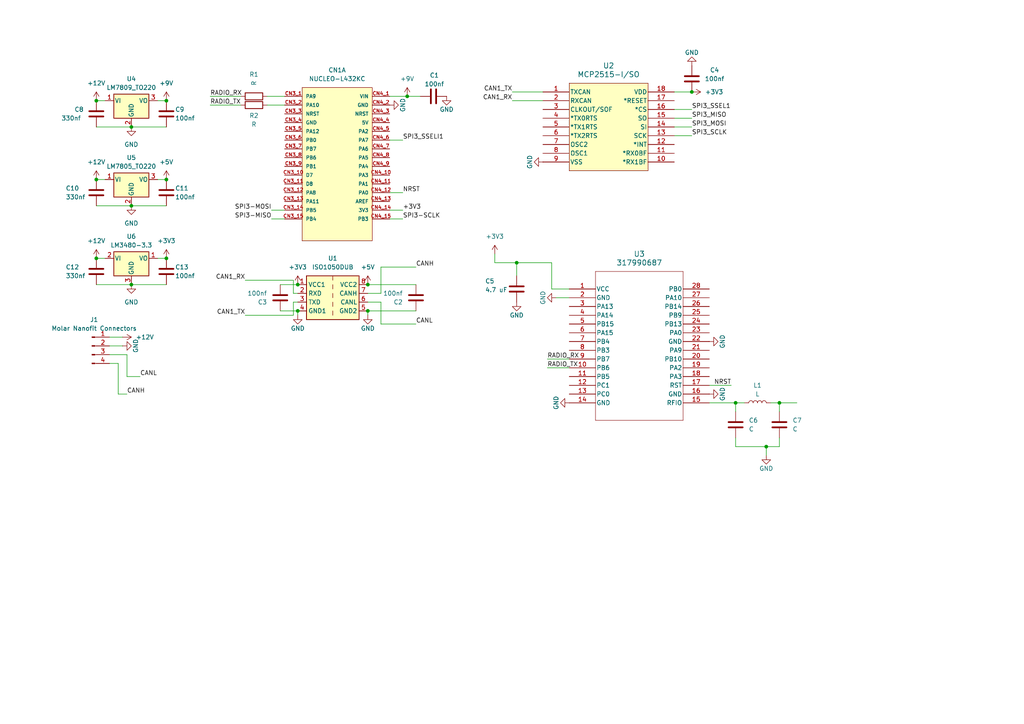
<source format=kicad_sch>
(kicad_sch (version 20231120) (generator "eeschema") (generator_version "8.0")
  (paper "A4")
  (title_block (title "Live Telemetry Testing Board") (rev "1.0"))
  (lib_symbols
    (symbol "Connector:Conn_01x04_Pin" (pin_names (offset 1.016) hide)
      (property "Reference" "J" (at 0 5.08 0))
      (property "Value" "Conn_01x04_Pin" (at 0 -7.62 0))
      (symbol "Conn_01x04_Pin_1_1"
        (polyline (pts (xy 1.27 -5.08) (xy 0.8636 -5.08)) (stroke (width 0.1524)))
        (polyline (pts (xy 1.27 -2.54) (xy 0.8636 -2.54)) (stroke (width 0.1524)))
        (polyline (pts (xy 1.27 0) (xy 0.8636 0)) (stroke (width 0.1524)))
        (polyline (pts (xy 1.27 2.54) (xy 0.8636 2.54)) (stroke (width 0.1524)))
        (rectangle (start 0.8636 -4.953) (end 0 -5.207) (stroke (width 0.1524)) (fill (type outline)))
        (rectangle (start 0.8636 -2.413) (end 0 -2.667) (stroke (width 0.1524)) (fill (type outline)))
        (rectangle (start 0.8636 0.127) (end 0 -0.127) (stroke (width 0.1524)) (fill (type outline)))
        (rectangle (start 0.8636 2.667) (end 0 2.413) (stroke (width 0.1524)) (fill (type outline)))
        (pin passive line (at 5.08 2.54 180) (length 3.81) (name "Pin_1") (number "1"))
        (pin passive line (at 5.08 0 180) (length 3.81) (name "Pin_2") (number "2"))
        (pin passive line (at 5.08 -2.54 180) (length 3.81) (name "Pin_3") (number "3"))
        (pin passive line (at 5.08 -5.08 180) (length 3.81) (name "Pin_4") (number "4"))
      )
    )
    (symbol "Device:C" (pin_numbers hide) (pin_names (offset 0.254))
      (property "Reference" "C" (at 0.635 2.54 0))
      (property "Value" "C" (at 0.635 -2.54 0))
      (symbol "C_0_1"
        (polyline (pts (xy -2.032 -0.762) (xy 2.032 -0.762)) (stroke (width 0.508)))
        (polyline (pts (xy -2.032 0.762) (xy 2.032 0.762)) (stroke (width 0.508)))
      )
      (symbol "C_1_1"
        (pin passive line (at 0 3.81 270) (length 2.794) (name "~") (number "1"))
        (pin passive line (at 0 -3.81 90) (length 2.794) (name "~") (number "2"))
      )
    )
    (symbol "Device:L" (pin_numbers hide) (pin_names (offset 1.016) hide)
      (property "Reference" "L" (at -1.27 0 90))
      (property "Value" "L" (at 1.905 0 90))
      (symbol "L_0_1"
        (arc (start 0 -2.54) (mid 0.6323 -1.905) (end 0 -1.27))
        (arc (start 0 -1.27) (mid 0.6323 -0.635) (end 0 0))
        (arc (start 0 0) (mid 0.6323 0.635) (end 0 1.27))
        (arc (start 0 1.27) (mid 0.6323 1.905) (end 0 2.54))
      )
      (symbol "L_1_1"
        (pin passive line (at 0 3.81 270) (length 1.27) (name "1") (number "1"))
        (pin passive line (at 0 -3.81 90) (length 1.27) (name "2") (number "2"))
      )
    )
    (symbol "Device:R" (pin_numbers hide) (pin_names (offset 0))
      (property "Reference" "R" (at 2.032 0 90))
      (property "Value" "R" (at 0 0 90))
      (symbol "R_0_1"
        (rectangle (start -1.016 -2.54) (end 1.016 2.54) (stroke (width 0.254)))
      )
      (symbol "R_1_1"
        (pin passive line (at 0 3.81 270) (length 1.27) (name "~") (number "1"))
        (pin passive line (at 0 -3.81 90) (length 1.27) (name "~") (number "2"))
      )
    )
    (symbol "FS_3_Global_Symbol_Library:MCP2515-I_SO" (pin_names (offset 0.254))
      (property "Reference" "U" (at 18.796 7.874 0))
      (property "Value" "MCP2515-I/SO" (at 18.796 4.318 0))
      (symbol "MCP2515-I_SO_0_1"
        (pin unspecified line (at 0 0 0) (length 7.62) (name "TXCAN") (number "1"))
        (pin unspecified line (at 38.1 -20.32 180) (length 7.62) (name "*RX1BF") (number "10"))
        (pin unspecified line (at 38.1 -17.78 180) (length 7.62) (name "*RX0BF") (number "11"))
        (pin unspecified line (at 38.1 -15.24 180) (length 7.62) (name "*INT") (number "12"))
        (pin unspecified line (at 38.1 -12.7 180) (length 7.62) (name "SCK") (number "13"))
        (pin unspecified line (at 38.1 -10.16 180) (length 7.62) (name "SI") (number "14"))
        (pin unspecified line (at 38.1 -7.62 180) (length 7.62) (name "SO") (number "15"))
        (pin unspecified line (at 38.1 -5.08 180) (length 7.62) (name "*CS") (number "16"))
        (pin unspecified line (at 38.1 -2.54 180) (length 7.62) (name "*RESET") (number "17"))
        (pin unspecified line (at 38.1 0 180) (length 7.62) (name "VDD") (number "18"))
        (pin unspecified line (at 0 -2.54 0) (length 7.62) (name "RXCAN") (number "2"))
        (pin unspecified line (at 0 -5.08 0) (length 7.62) (name "CLKOUT/SOF") (number "3"))
        (pin unspecified line (at 0 -7.62 0) (length 7.62) (name "*TX0RTS") (number "4"))
        (pin unspecified line (at 0 -10.16 0) (length 7.62) (name "*TX1RTS") (number "5"))
        (pin unspecified line (at 0 -12.7 0) (length 7.62) (name "*TX2RTS") (number "6"))
        (pin unspecified line (at 0 -15.24 0) (length 7.62) (name "OSC2") (number "7"))
        (pin unspecified line (at 0 -17.78 0) (length 7.62) (name "OSC1") (number "8"))
        (pin unspecified line (at 0 -20.32 0) (length 7.62) (name "VSS") (number "9"))
      )
      (symbol "MCP2515-I_SO_1_1"
        (rectangle (start 7.62 2.54) (end 30.48 -22.86) (fill (type background)))
      )
    )
    (symbol "FS_3_Global_Symbol_Library:NUCLEO-L432KC" (pin_names (offset 1.016))
      (property "Reference" "CN" (at 7.62 18.288 0))
      (property "Value" "NUCLEO-L432KC" (at -7.62 -25.4 0))
      (symbol "NUCLEO-L432KC_1_0"
        (rectangle (start -10.16 17.78) (end 10.16 -26.67) (stroke (width 0.1524)) (fill (type background)))
        (pin bidirectional line (at -15.24 15.24 0) (length 5.08) (name "PA9") (number "CN3_1"))
        (pin bidirectional line (at -15.24 -12.7 0) (length 5.08) (name "PA8") (number "CN3_12"))
        (pin bidirectional line (at -15.24 -15.24 0) (length 5.08) (name "PA11") (number "CN3_13"))
        (pin bidirectional line (at -15.24 -17.78 0) (length 5.08) (name "PB5") (number "CN3_14"))
        (pin bidirectional line (at -15.24 -20.32 0) (length 5.08) (name "PB4") (number "CN3_15"))
        (pin bidirectional line (at -15.24 12.7 0) (length 5.08) (name "PA10") (number "CN3_2"))
        (pin bidirectional line (at -15.24 5.08 0) (length 5.08) (name "PA12") (number "CN3_5"))
        (pin bidirectional line (at -15.24 2.54 0) (length 5.08) (name "PB0") (number "CN3_6"))
        (pin bidirectional line (at -15.24 0 0) (length 5.08) (name "PB7") (number "CN3_7"))
        (pin bidirectional line (at -15.24 -2.54 0) (length 5.08) (name "PB6") (number "CN3_8"))
        (pin bidirectional line (at -15.24 -5.08 0) (length 5.08) (name "PB1") (number "CN3_9"))
      )
      (symbol "NUCLEO-L432KC_1_1"
        (pin bidirectional line (at -15.24 -7.62 0) (length 5.08) (name "D7") (number "CN3_10"))
        (pin bidirectional line (at -15.24 -10.16 0) (length 5.08) (name "D8") (number "CN3_11"))
        (pin bidirectional line (at -15.24 10.16 0) (length 5.08) (name "NRST") (number "CN3_3"))
        (pin power_in line (at -15.24 7.62 0) (length 5.08) (name "GND") (number "CN3_4"))
        (pin power_in line (at 15.24 15.24 180) (length 5.08) (name "VIN") (number "CN4_1"))
        (pin bidirectional line (at 15.24 -7.62 180) (length 5.08) (name "PA3") (number "CN4_10"))
        (pin bidirectional line (at 15.24 -10.16 180) (length 5.08) (name "PA1") (number "CN4_11"))
        (pin bidirectional line (at 15.24 -12.7 180) (length 5.08) (name "PA0") (number "CN4_12"))
        (pin bidirectional line (at 15.24 -15.24 180) (length 5.08) (name "AREF") (number "CN4_13"))
        (pin power_out line (at 15.24 -17.78 180) (length 5.08) (name "3V3") (number "CN4_14"))
        (pin bidirectional line (at 15.24 -20.32 180) (length 5.08) (name "PB3") (number "CN4_15"))
        (pin power_in line (at 15.24 12.7 180) (length 5.08) (name "GND") (number "CN4_2"))
        (pin bidirectional line (at 15.24 10.16 180) (length 5.08) (name "NRST") (number "CN4_3"))
        (pin power_out line (at 15.24 7.62 180) (length 5.08) (name "5V") (number "CN4_4"))
        (pin bidirectional line (at 15.24 5.08 180) (length 5.08) (name "PA2") (number "CN4_5"))
        (pin bidirectional line (at 15.24 2.54 180) (length 5.08) (name "PA7") (number "CN4_6"))
        (pin bidirectional line (at 15.24 0 180) (length 5.08) (name "PA6") (number "CN4_7"))
        (pin bidirectional line (at 15.24 -2.54 180) (length 5.08) (name "PA5") (number "CN4_8"))
        (pin bidirectional line (at 15.24 -5.08 180) (length 5.08) (name "PA4") (number "CN4_9"))
      )
      (symbol "NUCLEO-L432KC_2_0"
        (rectangle (start -10.16 -17.78) (end 10.16 17.78) (stroke (width 0.1524)) (fill (type background)))
        (text "CN4" (at -10.16 18.542 0) (effects (font (size 1.778 1.778)) (justify left bottom)))
        (pin input line (at -15.24 7.62 0) (length 5.08) (name "VIN") (number "CN4_1"))
        (pin bidirectional line (at -15.24 -10.16 0) (length 5.08) (name "PA3") (number "CN4_10"))
        (pin bidirectional line (at -15.24 -5.08 0) (length 5.08) (name "PA1") (number "CN4_11"))
        (pin bidirectional line (at -15.24 -2.54 0) (length 5.08) (name "PA0") (number "CN4_12"))
        (pin bidirectional line (at 15.24 7.62 180) (length 5.08) (name "AREF") (number "CN4_13"))
        (pin power_in line (at 15.24 12.7 180) (length 5.08) (name "+3V3") (number "CN4_14"))
        (pin bidirectional line (at 15.24 2.54 180) (length 5.08) (name "PB3") (number "CN4_15"))
        (pin power_in line (at 15.24 -15.24 180) (length 5.08) (name "GND_CN4") (number "CN4_2"))
        (pin bidirectional line (at -15.24 2.54 0) (length 5.08) (name "NRST_CN4") (number "CN4_3"))
        (pin power_in line (at 15.24 15.24 180) (length 5.08) (name "+5V") (number "CN4_4"))
        (pin bidirectional line (at -15.24 -7.62 0) (length 5.08) (name "PA2") (number "CN4_5"))
        (pin bidirectional line (at 15.24 -10.16 180) (length 5.08) (name "PA7") (number "CN4_6"))
        (pin bidirectional line (at 15.24 -7.62 180) (length 5.08) (name "PA6") (number "CN4_7"))
        (pin bidirectional line (at 15.24 -5.08 180) (length 5.08) (name "PA5") (number "CN4_8"))
        (pin bidirectional line (at 15.24 -2.54 180) (length 5.08) (name "PA4") (number "CN4_9"))
      )
      (symbol "NUCLEO-L432KC_2_1"
        (pin bidirectional line (at 17.78 6.35 180) (length 5.08) (name "PA2") (number "-UB"))
      )
    )
    (symbol "FS_3_Global_Symbol_Library:SEEED317990687" (pin_names (offset 0.254))
      (property "Reference" "U" (at 20.32 10.16 0))
      (property "Value" "317990687" (at 20.32 7.62 0))
      (symbol "SEEED317990687_1_1"
        (polyline (pts (xy 7.62 -38.1) (xy 33.02 -38.1)) (stroke (width 0.127)))
        (polyline (pts (xy 7.62 5.08) (xy 7.62 -38.1)) (stroke (width 0.127)))
        (polyline (pts (xy 33.02 -38.1) (xy 33.02 5.08)) (stroke (width 0.127)))
        (polyline (pts (xy 33.02 5.08) (xy 7.62 5.08)) (stroke (width 0.127)))
        (pin power_in line (at 0 0 0) (length 7.62) (name "VCC") (number "1"))
        (pin bidirectional line (at 0 -22.86 0) (length 7.62) (name "PB6") (number "10"))
        (pin bidirectional line (at 0 -25.4 0) (length 7.62) (name "PB5") (number "11"))
        (pin bidirectional line (at 0 -27.94 0) (length 7.62) (name "PC1") (number "12"))
        (pin bidirectional line (at 0 -30.48 0) (length 7.62) (name "PC0") (number "13"))
        (pin power_out line (at 0 -33.02 0) (length 7.62) (name "GND") (number "14"))
        (pin unspecified line (at 40.64 -33.02 180) (length 7.62) (name "RFIO") (number "15"))
        (pin power_out line (at 40.64 -30.48 180) (length 7.62) (name "GND") (number "16"))
        (pin unspecified line (at 40.64 -27.94 180) (length 7.62) (name "RST") (number "17"))
        (pin bidirectional line (at 40.64 -25.4 180) (length 7.62) (name "PA3") (number "18"))
        (pin bidirectional line (at 40.64 -22.86 180) (length 7.62) (name "PA2") (number "19"))
        (pin power_out line (at 0 -2.54 0) (length 7.62) (name "GND") (number "2"))
        (pin bidirectional line (at 40.64 -20.32 180) (length 7.62) (name "PB10") (number "20"))
        (pin bidirectional line (at 40.64 -17.78 180) (length 7.62) (name "PA9") (number "21"))
        (pin power_out line (at 40.64 -15.24 180) (length 7.62) (name "GND") (number "22"))
        (pin bidirectional line (at 40.64 -12.7 180) (length 7.62) (name "PA0") (number "23"))
        (pin bidirectional line (at 40.64 -10.16 180) (length 7.62) (name "PB13") (number "24"))
        (pin bidirectional line (at 40.64 -7.62 180) (length 7.62) (name "PB9") (number "25"))
        (pin bidirectional line (at 40.64 -5.08 180) (length 7.62) (name "PB14") (number "26"))
        (pin bidirectional line (at 40.64 -2.54 180) (length 7.62) (name "PA10") (number "27"))
        (pin bidirectional line (at 40.64 0 180) (length 7.62) (name "PB0") (number "28"))
        (pin bidirectional line (at 0 -5.08 0) (length 7.62) (name "PA13") (number "3"))
        (pin bidirectional line (at 0 -7.62 0) (length 7.62) (name "PA14") (number "4"))
        (pin bidirectional line (at 0 -10.16 0) (length 7.62) (name "PB15") (number "5"))
        (pin bidirectional line (at 0 -12.7 0) (length 7.62) (name "PA15") (number "6"))
        (pin bidirectional line (at 0 -15.24 0) (length 7.62) (name "PB4") (number "7"))
        (pin bidirectional line (at 0 -17.78 0) (length 7.62) (name "PB3") (number "8"))
        (pin bidirectional line (at 0 -20.32 0) (length 7.62) (name "PB7") (number "9"))
      )
    )
    (symbol "Interface_CAN_LIN:ISO1050DUB"
      (property "Reference" "U" (at -6.35 6.35 0))
      (property "Value" "ISO1050DUB" (at 2.54 6.35 0))
      (symbol "ISO1050DUB_0_1"
        (rectangle (start -7.62 5.08) (end 7.62 -7.62) (stroke (width 0.254)) (fill (type background)))
        (polyline (pts (xy 0 -5.08) (xy 0 -6.35)))
        (polyline (pts (xy 0 -2.54) (xy 0 -3.81)))
        (polyline (pts (xy 0 0) (xy 0 -1.27)))
        (polyline (pts (xy 0 2.54) (xy 0 1.27)))
        (polyline (pts (xy 0 5.08) (xy 0 3.81)))
      )
      (symbol "ISO1050DUB_1_1"
        (pin power_in line (at -10.16 2.54 0) (length 2.54) (name "VCC1") (number "1"))
        (pin output line (at -10.16 0 0) (length 2.54) (name "RXD") (number "2"))
        (pin input line (at -10.16 -2.54 0) (length 2.54) (name "TXD") (number "3"))
        (pin power_in line (at -10.16 -5.08 0) (length 2.54) (name "GND1") (number "4"))
        (pin power_in line (at 10.16 -5.08 180) (length 2.54) (name "GND2") (number "5"))
        (pin bidirectional line (at 10.16 -2.54 180) (length 2.54) (name "CANL") (number "6"))
        (pin bidirectional line (at 10.16 0 180) (length 2.54) (name "CANH") (number "7"))
        (pin power_in line (at 10.16 2.54 180) (length 2.54) (name "VCC2") (number "8"))
      )
    )
    (symbol "Regulator_Linear:LM3480-3.3" (pin_names (offset 0.254))
      (property "Reference" "U" (at -3.81 3.175 0))
      (property "Value" "LM3480-3.3" (at 0 3.175 0))
      (symbol "LM3480-3.3_0_1"
        (rectangle (start -5.08 1.905) (end 5.08 -5.08) (stroke (width 0.254)) (fill (type background)))
      )
      (symbol "LM3480-3.3_1_1"
        (pin power_out line (at 7.62 0 180) (length 2.54) (name "VO") (number "1"))
        (pin power_in line (at -7.62 0 0) (length 2.54) (name "VI") (number "2"))
        (pin power_in line (at 0 -7.62 90) (length 2.54) (name "GND") (number "3"))
      )
    )
    (symbol "Regulator_Linear:LM7805_TO220" (pin_names (offset 0.254))
      (property "Reference" "U" (at -3.81 3.175 0))
      (property "Value" "LM7805_TO220" (at 0 3.175 0))
      (symbol "LM7805_TO220_0_1"
        (rectangle (start -5.08 1.905) (end 5.08 -5.08) (stroke (width 0.254)) (fill (type background)))
      )
      (symbol "LM7805_TO220_1_1"
        (pin power_in line (at -7.62 0 0) (length 2.54) (name "VI") (number "1"))
        (pin power_in line (at 0 -7.62 90) (length 2.54) (name "GND") (number "2"))
        (pin power_out line (at 7.62 0 180) (length 2.54) (name "VO") (number "3"))
      )
    )
    (symbol "Regulator_Linear:LM7809_TO220" (pin_names (offset 0.254))
      (property "Reference" "U" (at -3.81 3.175 0))
      (property "Value" "LM7809_TO220" (at 0 3.175 0))
      (symbol "LM7809_TO220_0_1"
        (rectangle (start -5.08 1.905) (end 5.08 -5.08) (stroke (width 0.254)) (fill (type background)))
      )
      (symbol "LM7809_TO220_1_1"
        (pin power_in line (at -7.62 0 0) (length 2.54) (name "VI") (number "1"))
        (pin power_in line (at 0 -7.62 90) (length 2.54) (name "GND") (number "2"))
        (pin power_out line (at 7.62 0 180) (length 2.54) (name "VO") (number "3"))
      )
    )
    (symbol "power:+12V" (power) (pin_numbers hide) (pin_names (offset 0) hide)
      (property "Value" "+12V" (at 0 3.556 0))
      (symbol "+12V_0_1"
        (polyline (pts (xy -0.762 1.27) (xy 0 2.54)))
        (polyline (pts (xy 0 0) (xy 0 2.54)))
        (polyline (pts (xy 0 2.54) (xy 0.762 1.27)))
      )
      (symbol "+12V_1_1"
        (pin power_in line (at 0 0 90) (length 0) (name "~") (number "1"))
      )
    )
    (symbol "power:+3V3" (power) (pin_numbers hide) (pin_names (offset 0) hide)
      (property "Value" "+3V3" (at 0 3.556 0))
      (symbol "+3V3_0_1"
        (polyline (pts (xy -0.762 1.27) (xy 0 2.54)))
        (polyline (pts (xy 0 0) (xy 0 2.54)))
        (polyline (pts (xy 0 2.54) (xy 0.762 1.27)))
      )
      (symbol "+3V3_1_1"
        (pin power_in line (at 0 0 90) (length 0) (name "~") (number "1"))
      )
    )
    (symbol "power:+5V" (power) (pin_numbers hide) (pin_names (offset 0) hide)
      (property "Value" "+5V" (at 0 3.556 0))
      (symbol "+5V_0_1"
        (polyline (pts (xy -0.762 1.27) (xy 0 2.54)))
        (polyline (pts (xy 0 0) (xy 0 2.54)))
        (polyline (pts (xy 0 2.54) (xy 0.762 1.27)))
      )
      (symbol "+5V_1_1"
        (pin power_in line (at 0 0 90) (length 0) (name "~") (number "1"))
      )
    )
    (symbol "power:+9V" (power) (pin_numbers hide) (pin_names (offset 0) hide)
      (property "Value" "+9V" (at 0 3.556 0))
      (symbol "+9V_0_1"
        (polyline (pts (xy -0.762 1.27) (xy 0 2.54)))
        (polyline (pts (xy 0 0) (xy 0 2.54)))
        (polyline (pts (xy 0 2.54) (xy 0.762 1.27)))
      )
      (symbol "+9V_1_1"
        (pin power_in line (at 0 0 90) (length 0) (name "~") (number "1"))
      )
    )
    (symbol "power:GND" (power) (pin_numbers hide) (pin_names (offset 0) hide)
      (property "Value" "GND" (at 0 -3.81 0))
      (symbol "GND_0_1"
        (polyline (pts (xy 0 0) (xy 0 -1.27) (xy 1.27 -1.27) (xy 0 -2.54) (xy -1.27 -1.27) (xy 0 -1.27)))
      )
      (symbol "GND_1_1"
        (pin power_in line (at 0 0 270) (length 0) (name "~") (number "1"))
      )
    )
  )
  (junction (at 38.1 82.55))
  (junction (at 106.68 90.17))
  (junction (at 86.36 82.55))
  (junction (at 200.66 26.67))
  (junction (at 27.94 52.07))
  (junction (at 106.68 82.55))
  (junction (at 48.26 29.21))
  (junction (at 38.1 59.69))
  (junction (at 48.26 52.07))
  (junction (at 48.26 74.93))
  (junction (at 38.1 36.83))
  (junction (at 222.25 129.54))
  (junction (at 118.11 27.94))
  (junction (at 149.86 76.2))
  (junction (at 226.06 116.84))
  (junction (at 86.36 90.17))
  (junction (at 27.94 29.21))
  (junction (at 27.94 74.93))
  (junction (at 213.36 116.84))
  (wire (pts (xy 45.72 74.93) (xy 48.26 74.93)))
  (wire (pts (xy 45.72 29.21) (xy 48.26 29.21)))
  (wire (pts (xy 110.49 85.09) (xy 110.49 77.47)))
  (wire (pts (xy 213.36 116.84) (xy 213.36 119.38)))
  (wire (pts (xy 158.75 106.68) (xy 165.1 106.68)))
  (wire (pts (xy 36.83 109.22) (xy 40.64 109.22)))
  (wire (pts (xy 31.75 100.33) (xy 35.56 100.33)))
  (wire (pts (xy 110.49 93.98) (xy 120.65 93.98)))
  (wire (pts (xy 85.09 85.09) (xy 85.09 81.28)))
  (wire (pts (xy 113.03 63.5) (xy 116.84 63.5)))
  (wire (pts (xy 60.96 30.48) (xy 69.85 30.48)))
  (wire (pts (xy 113.03 40.64) (xy 116.84 40.64)))
  (wire (pts (xy 106.68 85.09) (xy 110.49 85.09)))
  (wire (pts (xy 195.58 39.37) (xy 200.66 39.37)))
  (wire (pts (xy 120.65 90.17) (xy 106.68 90.17)))
  (wire (pts (xy 31.75 97.79) (xy 35.56 97.79)))
  (wire (pts (xy 77.47 30.48) (xy 82.55 30.48)))
  (wire (pts (xy 222.25 129.54) (xy 222.25 132.08)))
  (wire (pts (xy 223.52 116.84) (xy 226.06 116.84)))
  (wire (pts (xy 27.94 59.69) (xy 38.1 59.69)))
  (wire (pts (xy 77.47 27.94) (xy 82.55 27.94)))
  (wire (pts (xy 195.58 31.75) (xy 200.66 31.75)))
  (wire (pts (xy 38.1 59.69) (xy 48.26 59.69)))
  (wire (pts (xy 34.29 105.41) (xy 31.75 105.41)))
  (wire (pts (xy 113.03 60.96) (xy 116.84 60.96)))
  (wire (pts (xy 27.94 52.07) (xy 30.48 52.07)))
  (wire (pts (xy 31.75 102.87) (xy 36.83 102.87)))
  (wire (pts (xy 226.06 116.84) (xy 231.14 116.84)))
  (wire (pts (xy 118.11 27.94) (xy 121.92 27.94)))
  (wire (pts (xy 149.86 76.2) (xy 149.86 80.01)))
  (wire (pts (xy 195.58 26.67) (xy 200.66 26.67)))
  (wire (pts (xy 113.03 55.88) (xy 116.84 55.88)))
  (wire (pts (xy 71.12 91.44) (xy 85.09 91.44)))
  (wire (pts (xy 38.1 36.83) (xy 48.26 36.83)))
  (wire (pts (xy 71.12 81.28) (xy 85.09 81.28)))
  (wire (pts (xy 148.59 26.67) (xy 157.48 26.67)))
  (wire (pts (xy 27.94 36.83) (xy 38.1 36.83)))
  (wire (pts (xy 226.06 116.84) (xy 226.06 119.38)))
  (wire (pts (xy 213.36 116.84) (xy 215.9 116.84)))
  (wire (pts (xy 86.36 87.63) (xy 85.09 87.63)))
  (wire (pts (xy 78.74 60.96) (xy 82.55 60.96)))
  (wire (pts (xy 85.09 87.63) (xy 85.09 91.44)))
  (wire (pts (xy 86.36 82.55) (xy 81.28 82.55)))
  (wire (pts (xy 160.02 83.82) (xy 160.02 76.2)))
  (wire (pts (xy 86.36 90.17) (xy 86.36 91.44)))
  (wire (pts (xy 34.29 114.3) (xy 34.29 105.41)))
  (wire (pts (xy 38.1 82.55) (xy 48.26 82.55)))
  (wire (pts (xy 113.03 27.94) (xy 118.11 27.94)))
  (wire (pts (xy 27.94 29.21) (xy 30.48 29.21)))
  (wire (pts (xy 110.49 77.47) (xy 120.65 77.47)))
  (wire (pts (xy 222.25 129.54) (xy 226.06 129.54)))
  (wire (pts (xy 213.36 127) (xy 213.36 129.54)))
  (wire (pts (xy 158.75 104.14) (xy 165.1 104.14)))
  (wire (pts (xy 143.51 73.66) (xy 143.51 76.2)))
  (wire (pts (xy 195.58 36.83) (xy 200.66 36.83)))
  (wire (pts (xy 205.74 111.76) (xy 212.09 111.76)))
  (wire (pts (xy 195.58 34.29) (xy 200.66 34.29)))
  (wire (pts (xy 86.36 90.17) (xy 81.28 90.17)))
  (wire (pts (xy 110.49 87.63) (xy 110.49 93.98)))
  (wire (pts (xy 86.36 85.09) (xy 85.09 85.09)))
  (wire (pts (xy 149.86 76.2) (xy 160.02 76.2)))
  (wire (pts (xy 27.94 82.55) (xy 38.1 82.55)))
  (wire (pts (xy 36.83 102.87) (xy 36.83 109.22)))
  (wire (pts (xy 213.36 129.54) (xy 222.25 129.54)))
  (wire (pts (xy 78.74 63.5) (xy 82.55 63.5)))
  (wire (pts (xy 106.68 90.17) (xy 106.68 91.44)))
  (wire (pts (xy 34.29 114.3) (xy 36.83 114.3)))
  (wire (pts (xy 45.72 52.07) (xy 48.26 52.07)))
  (wire (pts (xy 143.51 76.2) (xy 149.86 76.2)))
  (wire (pts (xy 60.96 27.94) (xy 69.85 27.94)))
  (wire (pts (xy 106.68 87.63) (xy 110.49 87.63)))
  (wire (pts (xy 161.29 86.36) (xy 165.1 86.36)))
  (wire (pts (xy 205.74 116.84) (xy 213.36 116.84)))
  (wire (pts (xy 165.1 83.82) (xy 160.02 83.82)))
  (wire (pts (xy 226.06 127) (xy 226.06 129.54)))
  (wire (pts (xy 27.94 74.93) (xy 30.48 74.93)))
  (wire (pts (xy 148.59 29.21) (xy 157.48 29.21)))
  (wire (pts (xy 120.65 82.55) (xy 106.68 82.55)))
  (label "+3V3" (at 116.84 60.96 0))
  (label "CAN1_TX" (at 71.12 91.44 180))
  (label "SPI3-SCLK" (at 116.84 63.5 0))
  (label "SPI3-MOSI" (at 78.74 60.96 180))
  (label "SPI3_SCLK" (at 200.66 39.37 0))
  (label "CANH" (at 36.83 114.3 0))
  (label "CANH" (at 120.65 77.47 0))
  (label "SPI3-MISO" (at 78.74 63.5 180))
  (label "NRST" (at 212.09 111.76 180))
  (label "SPI3_SSELI1" (at 116.84 40.64 0))
  (label "NRST" (at 116.84 55.88 0))
  (label "CANL" (at 120.65 93.98 0))
  (label "CAN1_RX" (at 148.59 29.21 180))
  (label "RADIO_RX" (at 158.75 104.14 0))
  (label "RADIO_TX" (at 60.96 30.48 0))
  (label "SPI3_MOSI" (at 200.66 36.83 0))
  (label "SPI3_MISO" (at 200.66 34.29 0))
  (label "RADIO_RX" (at 60.96 27.94 0))
  (label "SPI3_SSEL1" (at 200.66 31.75 0))
  (label "RADIO_TX" (at 158.75 106.68 0))
  (label "CAN1_RX" (at 71.12 81.28 180))
  (label "CANL" (at 40.64 109.22 0))
  (label "CAN1_TX" (at 148.59 26.67 180))
  (symbol (lib_id "power:+5V") (at 48.26 52.07 0) (unit 1)
    (property "Reference" "#PWR024" (effects (hide yes)))
    (property "Value" "+5V" (at 48.26 46.99 0))
  )
  (symbol (lib_id "power:GND") (at 35.56 100.33 90) (unit 1)
    (property "Reference" "#PWR021" (effects (hide yes)))
    (property "Value" "GND" (at 39.37 100.33 0))
  )
  (symbol (lib_id "Device:C") (at 149.86 83.82 0) (unit 1)
    (property "Reference" "C5" (at 140.716 81.534 0) (effects (justify left)))
    (property "Value" "4.7 uF" (at 140.716 84.074 0) (effects (justify left)))
    (property "Description" "Unpolarized capacitor" (effects (hide yes)))
  )
  (symbol (lib_id "power:+12V") (at 27.94 74.93 0) (unit 1)
    (property "Reference" "#PWR025" (effects (hide yes)))
    (property "Value" "+12V" (at 27.94 69.85 0))
  )
  (symbol (lib_id "power:GND") (at 165.1 116.84 270) (unit 1)
    (property "Reference" "#PWR011" (effects (hide yes)))
    (property "Value" "GND" (at 161.29 116.84 0))
  )
  (symbol (lib_id "power:+12V") (at 35.56 97.79 270) (unit 1)
    (property "Reference" "#PWR020" (effects (hide yes)))
    (property "Value" "+12V" (at 39.37 97.7899 90) (effects (justify left)))
  )
  (symbol (lib_id "power:GND") (at 205.74 99.06 90) (unit 1)
    (property "Reference" "#PWR013" (effects (hide yes)))
    (property "Value" "GND" (at 209.55 99.06 0))
  )
  (symbol (lib_id "Regulator_Linear:LM7809_TO220") (at 38.1 29.21 0) (unit 1)
    (property "Reference" "U4" (at 38.1 22.86 0))
    (property "Value" "LM7809_TO220" (at 38.1 25.4 0))
    (property "Footprint" "Package_TO_SOT_THT:TO-220-3_Vertical" (effects (hide yes)))
    (property "Datasheet" "https://www.onsemi.cn/PowerSolutions/document/MC7800-D.PDF" (effects (hide yes)))
  )
  (symbol (lib_id "FS_3_Global_Symbol_Library:NUCLEO-L432KC") (at 97.79 43.18 0) (unit 1)
    (property "Reference" "CN1" (at 97.79 20.32 0))
    (property "Value" "NUCLEO-L432KC" (at 97.79 22.86 0))
    (property "Footprint" "FS_3_Global_Footprint_Library:NUCLEO-L432KC" (effects (hide yes)))
    (property "Description" "STM32 Microcontroller" (effects (hide yes)))
    (property "PARTREV" "N/A" (effects (hide yes)))
    (property "STANDARD" "Manufacturer Recommendations" (effects (hide yes)))
    (property "MAXIMUM_PACKAGE_HEIGHT" "N/A" (effects (hide yes)))
    (property "MANUFACTURER" "ST Microelectronics" (effects (hide yes)))
  )
  (symbol (lib_id "Regulator_Linear:LM3480-3.3") (at 38.1 74.93 0) (unit 1)
    (property "Reference" "U6" (at 38.1 68.58 0))
    (property "Value" "LM3480-3.3" (at 38.1 71.12 0))
    (property "Footprint" "Package_TO_SOT_SMD:SOT-23" (effects (hide yes)))
    (property "Datasheet" "http://www.ti.com/lit/ds/symlink/lm3480.pdf" (effects (hide yes)))
    (property "Description" "100mA, Quasi Low Dropout Voltage Regulator, 3.3V positive fixed output, SOT-23 package" (effects (hide yes)))
  )
  (symbol (lib_id "power:+3V3") (at 143.51 73.66 0) (unit 1)
    (property "Reference" "#PWR015" (effects (hide yes)))
    (property "Value" "+3V3" (at 143.51 68.58 0))
    (property "Description" "Power symbol creates a global label with name \"+3V3\"" (effects (hide yes)))
  )
  (symbol (lib_id "power:+5V") (at 106.68 82.55 0) (unit 1)
    (property "Reference" "#PWR04" (effects (hide yes)))
    (property "Value" "+5V" (at 106.68 77.47 0))
  )
  (symbol (lib_id "power:GND") (at 200.66 19.05 180) (unit 1)
    (property "Reference" "#PWR07" (effects (hide yes)))
    (property "Value" "GND" (at 200.66 15.24 0))
  )
  (symbol (lib_id "power:GND") (at 113.03 30.48 90) (unit 1)
    (property "Reference" "#PWR028" (effects (hide yes)))
    (property "Value" "GND" (at 116.84 30.48 0))
  )
  (symbol (lib_id "Device:C") (at 213.36 123.19 0) (unit 1)
    (property "Reference" "C6" (at 217.17 121.9199 0) (effects (justify left)))
    (property "Value" "C" (at 217.17 124.4599 0) (effects (justify left)))
    (property "Description" "Unpolarized capacitor" (effects (hide yes)))
  )
  (symbol (lib_id "Device:C") (at 27.94 78.74 0) (unit 1)
    (property "Reference" "C12" (at 19.05 77.47 0) (effects (justify left)))
    (property "Value" "330nf" (at 19.05 80.01 0) (effects (justify left)))
    (property "Footprint" "Capacitor_SMD:C_0805_2012Metric_Pad1.18x1.45mm_HandSolder" (effects (hide yes)))
    (property "Datasheet" "https://mm.digikey.com/Volume0/opasdata/d220001/medias/docus/4262/0805B334K250CC.pdf" (effects (hide yes)))
  )
  (symbol (lib_id "FS_3_Global_Symbol_Library:SEEED317990687") (at 165.1 83.82 0) (unit 1)
    (property "Reference" "U3" (at 185.42 73.66 0) (effects (font (size 1.524 1.524))))
    (property "Value" "317990687" (at 185.42 76.2 0) (effects (font (size 1.524 1.524))))
    (property "Footprint" "FS_3_Global_Footprint_Library:SEEED-317990687" (effects (hide yes)))
    (property "Datasheet" "https://files.seeedstudio.com/products/317990687/res/LoRa-E5%20module%20datasheet_V1.0.pdf" (effects (hide yes)))
    (property "Description" "Radio Transceiver Module" (effects (hide yes)))
  )
  (symbol (lib_id "Device:C") (at 48.26 33.02 0) (unit 1)
    (property "Reference" "C9" (at 50.8 31.75 0) (effects (justify left)))
    (property "Value" "100nf" (at 50.8 34.29 0) (effects (justify left)))
    (property "Footprint" "Capacitor_SMD:C_0805_2012Metric_Pad1.18x1.45mm_HandSolder" (effects (hide yes)))
  )
  (symbol (lib_id "Device:C") (at 200.66 22.86 180) (unit 1)
    (property "Reference" "C4" (at 207.264 20.32 0))
    (property "Value" "100nf" (at 207.264 22.86 0))
    (property "Footprint" "Capacitor_SMD:C_0805_2012Metric_Pad1.18x1.45mm_HandSolder" (effects (hide yes)))
  )
  (symbol (lib_id "power:+9V") (at 118.11 27.94 0) (unit 1)
    (property "Reference" "#PWR01" (effects (hide yes)))
    (property "Value" "+9V" (at 118.11 22.86 0))
  )
  (symbol (lib_id "power:+12V") (at 27.94 52.07 0) (unit 1)
    (property "Reference" "#PWR022" (effects (hide yes)))
    (property "Value" "+12V" (at 27.94 46.99 0))
  )
  (symbol (lib_id "power:+5V") (at 200.66 26.67 270) (unit 1)
    (property "Reference" "#PWR08" (effects (hide yes)))
    (property "Value" "+3V3" (at 204.47 26.6699 90) (effects (justify left)))
  )
  (symbol (lib_id "Device:C") (at 48.26 55.88 0) (unit 1)
    (property "Reference" "C11" (at 50.8 54.61 0) (effects (justify left)))
    (property "Value" "100nf" (at 50.8 57.15 0) (effects (justify left)))
    (property "Footprint" "Capacitor_SMD:C_0805_2012Metric_Pad1.18x1.45mm_HandSolder" (effects (hide yes)))
    (property "Datasheet" "https://mm.digikey.com/Volume0/opasdata/d220001/medias/docus/4005/0805B104K101CC.pdf" (effects (hide yes)))
  )
  (symbol (lib_id "power:GND") (at 222.25 132.08 0) (mirror y) (unit 1)
    (property "Reference" "#PWR014" (effects (hide yes)))
    (property "Value" "GND" (at 222.25 135.89 0))
  )
  (symbol (lib_id "Device:C") (at 27.94 55.88 0) (unit 1)
    (property "Reference" "C10" (at 19.05 54.61 0) (effects (justify left)))
    (property "Value" "330nf" (at 19.05 57.15 0) (effects (justify left)))
    (property "Footprint" "Capacitor_SMD:C_0805_2012Metric_Pad1.18x1.45mm_HandSolder" (effects (hide yes)))
    (property "Datasheet" "https://mm.digikey.com/Volume0/opasdata/d220001/medias/docus/4262/0805B334K250CC.pdf" (effects (hide yes)))
  )
  (symbol (lib_id "Connector:Conn_01x04_Pin") (at 26.67 100.33 0) (unit 1)
    (property "Reference" "J1" (at 27.305 92.71 0))
    (property "Value" "Molar Nanofit Connectors" (at 27.305 95.25 0))
    (property "Footprint" "Connector_Molex:Molex_Nano-Fit_105309-xx04_1x04_P2.50mm_Vertical" (effects (hide yes)))
    (property "Description" "Generic connector, single row, 01x04, script generated" (effects (hide yes)))
  )
  (symbol (lib_id "power:GND") (at 106.68 91.44 0) (mirror y) (unit 1)
    (property "Reference" "#PWR03" (effects (hide yes)))
    (property "Value" "GND" (at 106.68 95.25 0))
  )
  (symbol (lib_id "Regulator_Linear:LM7805_TO220") (at 38.1 52.07 0) (unit 1)
    (property "Reference" "U5" (at 38.1 45.72 0))
    (property "Value" "LM7805_TO220" (at 38.1 48.26 0))
    (property "Footprint" "Package_TO_SOT_THT:TO-220-3_Vertical" (effects (hide yes)))
    (property "Datasheet" "https://www.onsemi.cn/PowerSolutions/document/MC7800-D.PDF" (effects (hide yes)))
  )
  (symbol (lib_id "power:+3V3") (at 86.36 82.55 0) (unit 1)
    (property "Reference" "#PWR06" (effects (hide yes)))
    (property "Value" "+3V3" (at 86.36 77.47 0))
    (property "Description" "Power symbol creates a global label with name \"+3V3\"" (effects (hide yes)))
  )
  (symbol (lib_id "power:+12V") (at 27.94 29.21 0) (unit 1)
    (property "Reference" "#PWR017" (effects (hide yes)))
    (property "Value" "+12V" (at 27.94 24.13 0))
  )
  (symbol (lib_id "power:GND") (at 205.74 114.3 90) (unit 1)
    (property "Reference" "#PWR012" (effects (hide yes)))
    (property "Value" "GND" (at 209.55 114.3 0))
  )
  (symbol (lib_id "Interface_CAN_LIN:ISO1050DUB") (at 96.52 85.09 0) (unit 1)
    (property "Reference" "U1" (at 96.52 74.93 0))
    (property "Value" "ISO1050DUB" (at 96.52 77.47 0))
    (property "Footprint" "Package_SO:SOP-8_6.62x9.15mm_P2.54mm" (effects (hide yes)))
    (property "Datasheet" "http://www.ti.com/lit/ds/symlink/iso1050.pdf" (effects (hide yes)))
    (property "Description" "Isolated CAN Transceiver, SOP-8" (effects (hide yes)))
  )
  (symbol (lib_id "power:GND") (at 129.54 27.94 0) (unit 1)
    (property "Reference" "#PWR02" (effects (hide yes)))
    (property "Value" "GND" (at 129.54 31.75 0))
  )
  (symbol (lib_id "Device:L") (at 219.71 116.84 270) (mirror x) (unit 1)
    (property "Reference" "L1" (at 219.71 111.76 90))
    (property "Value" "L" (at 219.71 114.3 90))
    (property "Description" "Inductor" (effects (hide yes)))
  )
  (symbol (lib_id "power:GND") (at 161.29 86.36 270) (unit 1)
    (property "Reference" "#PWR010" (effects (hide yes)))
    (property "Value" "GND" (at 157.48 86.36 0))
  )
  (symbol (lib_id "Device:C") (at 48.26 78.74 0) (unit 1)
    (property "Reference" "C13" (at 50.8 77.47 0) (effects (justify left)))
    (property "Value" "100nf" (at 50.8 80.01 0) (effects (justify left)))
    (property "Footprint" "Capacitor_SMD:C_0805_2012Metric_Pad1.18x1.45mm_HandSolder" (effects (hide yes)))
    (property "Datasheet" "https://mm.digikey.com/Volume0/opasdata/d220001/medias/docus/4005/0805B104K101CC.pdf" (effects (hide yes)))
  )
  (symbol (lib_id "Device:C") (at 226.06 123.19 0) (unit 1)
    (property "Reference" "C7" (at 229.87 121.9199 0) (effects (justify left)))
    (property "Value" "C" (at 229.87 124.4599 0) (effects (justify left)))
    (property "Description" "Unpolarized capacitor" (effects (hide yes)))
  )
  (symbol (lib_id "Device:C") (at 27.94 33.02 0) (unit 1)
    (property "Reference" "C8" (at 21.59 31.75 0) (effects (justify left)))
    (property "Value" "330nf" (at 17.78 34.29 0) (effects (justify left)))
    (property "Footprint" "Capacitor_SMD:C_0805_2012Metric_Pad1.18x1.45mm_HandSolder" (effects (hide yes)))
  )
  (symbol (lib_id "Device:R") (at 73.66 27.94 270) (unit 1)
    (property "Reference" "R1" (at 73.66 21.59 90))
    (property "Value" "R" (at 73.66 24.13 0))
    (property "Description" "Resistor" (effects (hide yes)))
  )
  (symbol (lib_id "Device:C") (at 120.65 86.36 180) (unit 1)
    (property "Reference" "C2" (at 116.84 87.6301 0) (effects (justify left)))
    (property "Value" "100nf" (at 116.84 85.0901 0) (effects (justify left)))
    (property "Footprint" "Capacitor_SMD:C_0805_2012Metric_Pad1.18x1.45mm_HandSolder" (effects (hide yes)))
  )
  (symbol (lib_id "power:GND") (at 149.86 87.63 0) (unit 1)
    (property "Reference" "#PWR09" (effects (hide yes)))
    (property "Value" "GND" (at 149.86 91.44 0))
  )
  (symbol (lib_id "FS_3_Global_Symbol_Library:MCP2515-I_SO") (at 157.48 26.67 0) (unit 1)
    (property "Reference" "U2" (at 176.53 19.05 0) (effects (font (size 1.524 1.524))))
    (property "Value" "MCP2515-I/SO" (at 176.53 21.59 0) (effects (font (size 1.524 1.524))))
    (property "Footprint" "Package_SO:SOIC-18W_7.5x11.6mm_P1.27mm" (effects (hide yes)))
    (property "Datasheet" "MCP2515-I/SO" (effects (hide yes)))
    (property "Description" "Stand Alone CAN Controller with SPI" (effects (hide yes)))
  )
  (symbol (lib_id "power:GND") (at 38.1 36.83 0) (unit 1)
    (property "Reference" "#PWR018" (effects (hide yes)))
    (property "Value" "GND" (at 38.1 41.91 0))
  )
  (symbol (lib_id "power:+9V") (at 48.26 29.21 0) (unit 1)
    (property "Reference" "#PWR019" (effects (hide yes)))
    (property "Value" "+9V" (at 48.26 24.13 0))
  )
  (symbol (lib_id "power:GND") (at 86.36 91.44 0) (unit 1)
    (property "Reference" "#PWR05" (effects (hide yes)))
    (property "Value" "GND" (at 86.36 95.25 0))
  )
  (symbol (lib_id "Device:C") (at 81.28 86.36 180) (unit 1)
    (property "Reference" "C3" (at 77.47 87.6301 0) (effects (justify left)))
    (property "Value" "100nf" (at 77.47 85.0901 0) (effects (justify left)))
    (property "Footprint" "Capacitor_SMD:C_0805_2012Metric_Pad1.18x1.45mm_HandSolder" (effects (hide yes)))
  )
  (symbol (lib_id "power:GND") (at 157.48 46.99 270) (mirror x) (unit 1)
    (property "Reference" "#PWR016" (effects (hide yes)))
    (property "Value" "GND" (at 153.67 46.99 0))
  )
  (symbol (lib_id "power:GND") (at 38.1 59.69 0) (unit 1)
    (property "Reference" "#PWR023" (effects (hide yes)))
    (property "Value" "GND" (at 38.1 64.77 0))
  )
  (symbol (lib_id "Device:R") (at 73.66 30.48 90) (unit 1)
    (property "Reference" "R2" (at 73.66 33.528 90))
    (property "Value" "R" (at 73.66 36.068 90))
    (property "Description" "Resistor" (effects (hide yes)))
  )
  (symbol (lib_id "power:+5V") (at 48.26 74.93 0) (unit 1)
    (property "Reference" "#PWR027" (effects (hide yes)))
    (property "Value" "+3V3" (at 48.26 69.85 0))
  )
  (symbol (lib_id "Device:C") (at 125.73 27.94 90) (unit 1)
    (property "Reference" "C1" (at 125.984 21.844 90))
    (property "Value" "100nf" (at 125.984 24.384 90))
    (property "Footprint" "Capacitor_SMD:C_0805_2012Metric_Pad1.18x1.45mm_HandSolder" (effects (hide yes)))
  )
  (symbol (lib_id "power:GND") (at 38.1 82.55 0) (unit 1)
    (property "Reference" "#PWR026" (effects (hide yes)))
    (property "Value" "GND" (at 38.1 87.63 0))
  )
)
</source>
